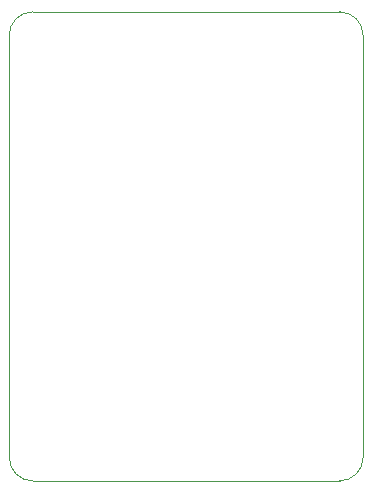
<source format=gbr>
%TF.GenerationSoftware,KiCad,Pcbnew,8.0.4*%
%TF.CreationDate,2024-11-22T16:24:22-05:00*%
%TF.ProjectId,stm32wb_base,73746d33-3277-4625-9f62-6173652e6b69,rev?*%
%TF.SameCoordinates,PX6422c40PY66c2270*%
%TF.FileFunction,Profile,NP*%
%FSLAX46Y46*%
G04 Gerber Fmt 4.6, Leading zero omitted, Abs format (unit mm)*
G04 Created by KiCad (PCBNEW 8.0.4) date 2024-11-22 16:24:22*
%MOMM*%
%LPD*%
G01*
G04 APERTURE LIST*
%TA.AperFunction,Profile*%
%ADD10C,0.050000*%
%TD*%
G04 APERTURE END LIST*
D10*
X2064214Y-35786D02*
G75*
G02*
X64214Y1964214I-14J1999986D01*
G01*
X2064214Y39685786D02*
X28035786Y39685786D01*
X28035786Y-35786D02*
X2064214Y-35786D01*
X28035786Y39685786D02*
G75*
G02*
X30035786Y37685786I14J-1999986D01*
G01*
X64214Y37685786D02*
G75*
G02*
X2064214Y39685786I1999986J14D01*
G01*
X30035786Y1964214D02*
G75*
G02*
X28035786Y-35786I-1999986J-14D01*
G01*
X30035786Y37685786D02*
X30035786Y1964214D01*
X64214Y1964214D02*
X64214Y37685786D01*
M02*

</source>
